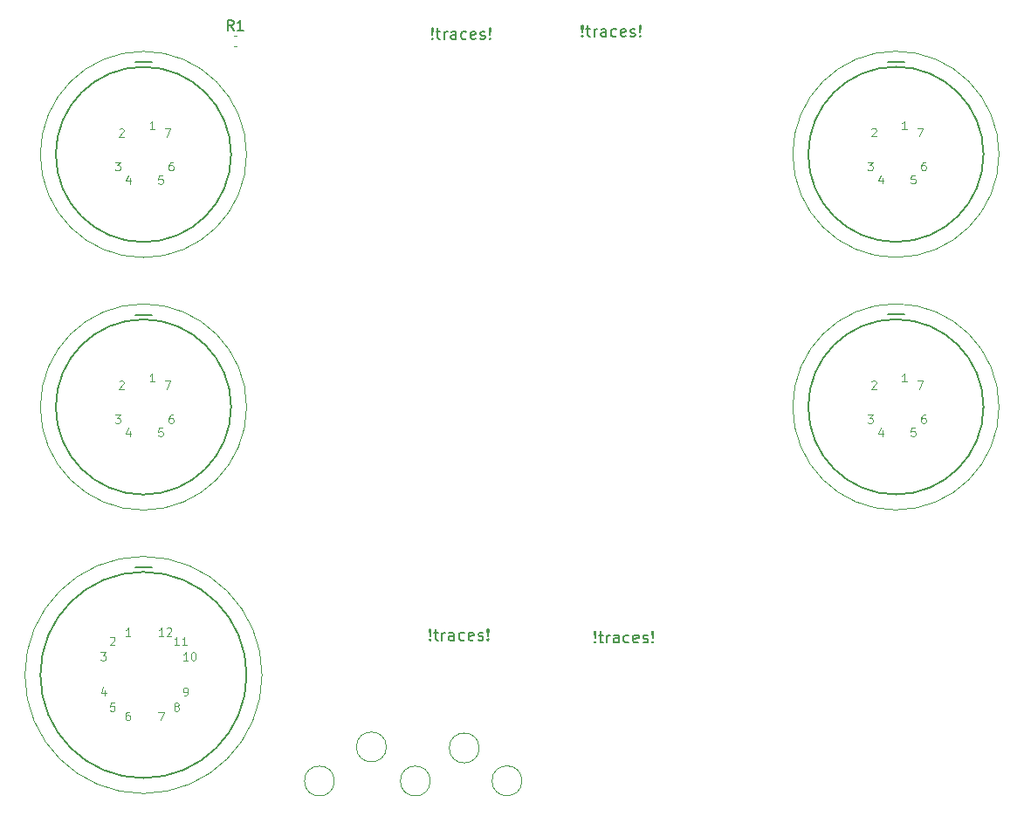
<source format=gbr>
G04 #@! TF.GenerationSoftware,KiCad,Pcbnew,(7.0.0)*
G04 #@! TF.CreationDate,2023-03-08T01:07:39+01:00*
G04 #@! TF.ProjectId,inverter_box_LV_distribution_board,696e7665-7274-4657-925f-626f785f4c56,rev?*
G04 #@! TF.SameCoordinates,Original*
G04 #@! TF.FileFunction,Legend,Top*
G04 #@! TF.FilePolarity,Positive*
%FSLAX46Y46*%
G04 Gerber Fmt 4.6, Leading zero omitted, Abs format (unit mm)*
G04 Created by KiCad (PCBNEW (7.0.0)) date 2023-03-08 01:07:39*
%MOMM*%
%LPD*%
G01*
G04 APERTURE LIST*
%ADD10C,0.200000*%
%ADD11C,0.076200*%
%ADD12C,0.150000*%
%ADD13C,0.120000*%
%ADD14C,0.198120*%
%ADD15C,0.099060*%
G04 APERTURE END LIST*
D10*
X123086904Y-49480857D02*
X123139285Y-49533238D01*
X123139285Y-49533238D02*
X123086904Y-49585619D01*
X123086904Y-49585619D02*
X123034523Y-49533238D01*
X123034523Y-49533238D02*
X123086904Y-49480857D01*
X123086904Y-49480857D02*
X123086904Y-49585619D01*
X123086904Y-49166571D02*
X123034523Y-48538000D01*
X123034523Y-48538000D02*
X123086904Y-48485619D01*
X123086904Y-48485619D02*
X123139285Y-48538000D01*
X123139285Y-48538000D02*
X123086904Y-49166571D01*
X123086904Y-49166571D02*
X123086904Y-48485619D01*
X123453571Y-48852285D02*
X123872619Y-48852285D01*
X123610714Y-48485619D02*
X123610714Y-49428476D01*
X123610714Y-49428476D02*
X123663095Y-49533238D01*
X123663095Y-49533238D02*
X123767857Y-49585619D01*
X123767857Y-49585619D02*
X123872619Y-49585619D01*
X124239285Y-49585619D02*
X124239285Y-48852285D01*
X124239285Y-49061809D02*
X124291666Y-48957047D01*
X124291666Y-48957047D02*
X124344047Y-48904666D01*
X124344047Y-48904666D02*
X124448809Y-48852285D01*
X124448809Y-48852285D02*
X124553571Y-48852285D01*
X125391666Y-49585619D02*
X125391666Y-49009428D01*
X125391666Y-49009428D02*
X125339285Y-48904666D01*
X125339285Y-48904666D02*
X125234523Y-48852285D01*
X125234523Y-48852285D02*
X125024999Y-48852285D01*
X125024999Y-48852285D02*
X124920237Y-48904666D01*
X125391666Y-49533238D02*
X125286904Y-49585619D01*
X125286904Y-49585619D02*
X125024999Y-49585619D01*
X125024999Y-49585619D02*
X124920237Y-49533238D01*
X124920237Y-49533238D02*
X124867856Y-49428476D01*
X124867856Y-49428476D02*
X124867856Y-49323714D01*
X124867856Y-49323714D02*
X124920237Y-49218952D01*
X124920237Y-49218952D02*
X125024999Y-49166571D01*
X125024999Y-49166571D02*
X125286904Y-49166571D01*
X125286904Y-49166571D02*
X125391666Y-49114190D01*
X126386904Y-49533238D02*
X126282142Y-49585619D01*
X126282142Y-49585619D02*
X126072618Y-49585619D01*
X126072618Y-49585619D02*
X125967856Y-49533238D01*
X125967856Y-49533238D02*
X125915475Y-49480857D01*
X125915475Y-49480857D02*
X125863094Y-49376095D01*
X125863094Y-49376095D02*
X125863094Y-49061809D01*
X125863094Y-49061809D02*
X125915475Y-48957047D01*
X125915475Y-48957047D02*
X125967856Y-48904666D01*
X125967856Y-48904666D02*
X126072618Y-48852285D01*
X126072618Y-48852285D02*
X126282142Y-48852285D01*
X126282142Y-48852285D02*
X126386904Y-48904666D01*
X127277380Y-49533238D02*
X127172618Y-49585619D01*
X127172618Y-49585619D02*
X126963094Y-49585619D01*
X126963094Y-49585619D02*
X126858332Y-49533238D01*
X126858332Y-49533238D02*
X126805951Y-49428476D01*
X126805951Y-49428476D02*
X126805951Y-49009428D01*
X126805951Y-49009428D02*
X126858332Y-48904666D01*
X126858332Y-48904666D02*
X126963094Y-48852285D01*
X126963094Y-48852285D02*
X127172618Y-48852285D01*
X127172618Y-48852285D02*
X127277380Y-48904666D01*
X127277380Y-48904666D02*
X127329761Y-49009428D01*
X127329761Y-49009428D02*
X127329761Y-49114190D01*
X127329761Y-49114190D02*
X126805951Y-49218952D01*
X127748808Y-49533238D02*
X127853570Y-49585619D01*
X127853570Y-49585619D02*
X128063094Y-49585619D01*
X128063094Y-49585619D02*
X128167856Y-49533238D01*
X128167856Y-49533238D02*
X128220237Y-49428476D01*
X128220237Y-49428476D02*
X128220237Y-49376095D01*
X128220237Y-49376095D02*
X128167856Y-49271333D01*
X128167856Y-49271333D02*
X128063094Y-49218952D01*
X128063094Y-49218952D02*
X127905951Y-49218952D01*
X127905951Y-49218952D02*
X127801189Y-49166571D01*
X127801189Y-49166571D02*
X127748808Y-49061809D01*
X127748808Y-49061809D02*
X127748808Y-49009428D01*
X127748808Y-49009428D02*
X127801189Y-48904666D01*
X127801189Y-48904666D02*
X127905951Y-48852285D01*
X127905951Y-48852285D02*
X128063094Y-48852285D01*
X128063094Y-48852285D02*
X128167856Y-48904666D01*
X128691665Y-49480857D02*
X128744046Y-49533238D01*
X128744046Y-49533238D02*
X128691665Y-49585619D01*
X128691665Y-49585619D02*
X128639284Y-49533238D01*
X128639284Y-49533238D02*
X128691665Y-49480857D01*
X128691665Y-49480857D02*
X128691665Y-49585619D01*
X128691665Y-49166571D02*
X128639284Y-48538000D01*
X128639284Y-48538000D02*
X128691665Y-48485619D01*
X128691665Y-48485619D02*
X128744046Y-48538000D01*
X128744046Y-48538000D02*
X128691665Y-49166571D01*
X128691665Y-49166571D02*
X128691665Y-48485619D01*
X108536904Y-49730857D02*
X108589285Y-49783238D01*
X108589285Y-49783238D02*
X108536904Y-49835619D01*
X108536904Y-49835619D02*
X108484523Y-49783238D01*
X108484523Y-49783238D02*
X108536904Y-49730857D01*
X108536904Y-49730857D02*
X108536904Y-49835619D01*
X108536904Y-49416571D02*
X108484523Y-48788000D01*
X108484523Y-48788000D02*
X108536904Y-48735619D01*
X108536904Y-48735619D02*
X108589285Y-48788000D01*
X108589285Y-48788000D02*
X108536904Y-49416571D01*
X108536904Y-49416571D02*
X108536904Y-48735619D01*
X108903571Y-49102285D02*
X109322619Y-49102285D01*
X109060714Y-48735619D02*
X109060714Y-49678476D01*
X109060714Y-49678476D02*
X109113095Y-49783238D01*
X109113095Y-49783238D02*
X109217857Y-49835619D01*
X109217857Y-49835619D02*
X109322619Y-49835619D01*
X109689285Y-49835619D02*
X109689285Y-49102285D01*
X109689285Y-49311809D02*
X109741666Y-49207047D01*
X109741666Y-49207047D02*
X109794047Y-49154666D01*
X109794047Y-49154666D02*
X109898809Y-49102285D01*
X109898809Y-49102285D02*
X110003571Y-49102285D01*
X110841666Y-49835619D02*
X110841666Y-49259428D01*
X110841666Y-49259428D02*
X110789285Y-49154666D01*
X110789285Y-49154666D02*
X110684523Y-49102285D01*
X110684523Y-49102285D02*
X110474999Y-49102285D01*
X110474999Y-49102285D02*
X110370237Y-49154666D01*
X110841666Y-49783238D02*
X110736904Y-49835619D01*
X110736904Y-49835619D02*
X110474999Y-49835619D01*
X110474999Y-49835619D02*
X110370237Y-49783238D01*
X110370237Y-49783238D02*
X110317856Y-49678476D01*
X110317856Y-49678476D02*
X110317856Y-49573714D01*
X110317856Y-49573714D02*
X110370237Y-49468952D01*
X110370237Y-49468952D02*
X110474999Y-49416571D01*
X110474999Y-49416571D02*
X110736904Y-49416571D01*
X110736904Y-49416571D02*
X110841666Y-49364190D01*
X111836904Y-49783238D02*
X111732142Y-49835619D01*
X111732142Y-49835619D02*
X111522618Y-49835619D01*
X111522618Y-49835619D02*
X111417856Y-49783238D01*
X111417856Y-49783238D02*
X111365475Y-49730857D01*
X111365475Y-49730857D02*
X111313094Y-49626095D01*
X111313094Y-49626095D02*
X111313094Y-49311809D01*
X111313094Y-49311809D02*
X111365475Y-49207047D01*
X111365475Y-49207047D02*
X111417856Y-49154666D01*
X111417856Y-49154666D02*
X111522618Y-49102285D01*
X111522618Y-49102285D02*
X111732142Y-49102285D01*
X111732142Y-49102285D02*
X111836904Y-49154666D01*
X112727380Y-49783238D02*
X112622618Y-49835619D01*
X112622618Y-49835619D02*
X112413094Y-49835619D01*
X112413094Y-49835619D02*
X112308332Y-49783238D01*
X112308332Y-49783238D02*
X112255951Y-49678476D01*
X112255951Y-49678476D02*
X112255951Y-49259428D01*
X112255951Y-49259428D02*
X112308332Y-49154666D01*
X112308332Y-49154666D02*
X112413094Y-49102285D01*
X112413094Y-49102285D02*
X112622618Y-49102285D01*
X112622618Y-49102285D02*
X112727380Y-49154666D01*
X112727380Y-49154666D02*
X112779761Y-49259428D01*
X112779761Y-49259428D02*
X112779761Y-49364190D01*
X112779761Y-49364190D02*
X112255951Y-49468952D01*
X113198808Y-49783238D02*
X113303570Y-49835619D01*
X113303570Y-49835619D02*
X113513094Y-49835619D01*
X113513094Y-49835619D02*
X113617856Y-49783238D01*
X113617856Y-49783238D02*
X113670237Y-49678476D01*
X113670237Y-49678476D02*
X113670237Y-49626095D01*
X113670237Y-49626095D02*
X113617856Y-49521333D01*
X113617856Y-49521333D02*
X113513094Y-49468952D01*
X113513094Y-49468952D02*
X113355951Y-49468952D01*
X113355951Y-49468952D02*
X113251189Y-49416571D01*
X113251189Y-49416571D02*
X113198808Y-49311809D01*
X113198808Y-49311809D02*
X113198808Y-49259428D01*
X113198808Y-49259428D02*
X113251189Y-49154666D01*
X113251189Y-49154666D02*
X113355951Y-49102285D01*
X113355951Y-49102285D02*
X113513094Y-49102285D01*
X113513094Y-49102285D02*
X113617856Y-49154666D01*
X114141665Y-49730857D02*
X114194046Y-49783238D01*
X114194046Y-49783238D02*
X114141665Y-49835619D01*
X114141665Y-49835619D02*
X114089284Y-49783238D01*
X114089284Y-49783238D02*
X114141665Y-49730857D01*
X114141665Y-49730857D02*
X114141665Y-49835619D01*
X114141665Y-49416571D02*
X114089284Y-48788000D01*
X114089284Y-48788000D02*
X114141665Y-48735619D01*
X114141665Y-48735619D02*
X114194046Y-48788000D01*
X114194046Y-48788000D02*
X114141665Y-49416571D01*
X114141665Y-49416571D02*
X114141665Y-48735619D01*
X108336904Y-108030857D02*
X108389285Y-108083238D01*
X108389285Y-108083238D02*
X108336904Y-108135619D01*
X108336904Y-108135619D02*
X108284523Y-108083238D01*
X108284523Y-108083238D02*
X108336904Y-108030857D01*
X108336904Y-108030857D02*
X108336904Y-108135619D01*
X108336904Y-107716571D02*
X108284523Y-107088000D01*
X108284523Y-107088000D02*
X108336904Y-107035619D01*
X108336904Y-107035619D02*
X108389285Y-107088000D01*
X108389285Y-107088000D02*
X108336904Y-107716571D01*
X108336904Y-107716571D02*
X108336904Y-107035619D01*
X108703571Y-107402285D02*
X109122619Y-107402285D01*
X108860714Y-107035619D02*
X108860714Y-107978476D01*
X108860714Y-107978476D02*
X108913095Y-108083238D01*
X108913095Y-108083238D02*
X109017857Y-108135619D01*
X109017857Y-108135619D02*
X109122619Y-108135619D01*
X109489285Y-108135619D02*
X109489285Y-107402285D01*
X109489285Y-107611809D02*
X109541666Y-107507047D01*
X109541666Y-107507047D02*
X109594047Y-107454666D01*
X109594047Y-107454666D02*
X109698809Y-107402285D01*
X109698809Y-107402285D02*
X109803571Y-107402285D01*
X110641666Y-108135619D02*
X110641666Y-107559428D01*
X110641666Y-107559428D02*
X110589285Y-107454666D01*
X110589285Y-107454666D02*
X110484523Y-107402285D01*
X110484523Y-107402285D02*
X110274999Y-107402285D01*
X110274999Y-107402285D02*
X110170237Y-107454666D01*
X110641666Y-108083238D02*
X110536904Y-108135619D01*
X110536904Y-108135619D02*
X110274999Y-108135619D01*
X110274999Y-108135619D02*
X110170237Y-108083238D01*
X110170237Y-108083238D02*
X110117856Y-107978476D01*
X110117856Y-107978476D02*
X110117856Y-107873714D01*
X110117856Y-107873714D02*
X110170237Y-107768952D01*
X110170237Y-107768952D02*
X110274999Y-107716571D01*
X110274999Y-107716571D02*
X110536904Y-107716571D01*
X110536904Y-107716571D02*
X110641666Y-107664190D01*
X111636904Y-108083238D02*
X111532142Y-108135619D01*
X111532142Y-108135619D02*
X111322618Y-108135619D01*
X111322618Y-108135619D02*
X111217856Y-108083238D01*
X111217856Y-108083238D02*
X111165475Y-108030857D01*
X111165475Y-108030857D02*
X111113094Y-107926095D01*
X111113094Y-107926095D02*
X111113094Y-107611809D01*
X111113094Y-107611809D02*
X111165475Y-107507047D01*
X111165475Y-107507047D02*
X111217856Y-107454666D01*
X111217856Y-107454666D02*
X111322618Y-107402285D01*
X111322618Y-107402285D02*
X111532142Y-107402285D01*
X111532142Y-107402285D02*
X111636904Y-107454666D01*
X112527380Y-108083238D02*
X112422618Y-108135619D01*
X112422618Y-108135619D02*
X112213094Y-108135619D01*
X112213094Y-108135619D02*
X112108332Y-108083238D01*
X112108332Y-108083238D02*
X112055951Y-107978476D01*
X112055951Y-107978476D02*
X112055951Y-107559428D01*
X112055951Y-107559428D02*
X112108332Y-107454666D01*
X112108332Y-107454666D02*
X112213094Y-107402285D01*
X112213094Y-107402285D02*
X112422618Y-107402285D01*
X112422618Y-107402285D02*
X112527380Y-107454666D01*
X112527380Y-107454666D02*
X112579761Y-107559428D01*
X112579761Y-107559428D02*
X112579761Y-107664190D01*
X112579761Y-107664190D02*
X112055951Y-107768952D01*
X112998808Y-108083238D02*
X113103570Y-108135619D01*
X113103570Y-108135619D02*
X113313094Y-108135619D01*
X113313094Y-108135619D02*
X113417856Y-108083238D01*
X113417856Y-108083238D02*
X113470237Y-107978476D01*
X113470237Y-107978476D02*
X113470237Y-107926095D01*
X113470237Y-107926095D02*
X113417856Y-107821333D01*
X113417856Y-107821333D02*
X113313094Y-107768952D01*
X113313094Y-107768952D02*
X113155951Y-107768952D01*
X113155951Y-107768952D02*
X113051189Y-107716571D01*
X113051189Y-107716571D02*
X112998808Y-107611809D01*
X112998808Y-107611809D02*
X112998808Y-107559428D01*
X112998808Y-107559428D02*
X113051189Y-107454666D01*
X113051189Y-107454666D02*
X113155951Y-107402285D01*
X113155951Y-107402285D02*
X113313094Y-107402285D01*
X113313094Y-107402285D02*
X113417856Y-107454666D01*
X113941665Y-108030857D02*
X113994046Y-108083238D01*
X113994046Y-108083238D02*
X113941665Y-108135619D01*
X113941665Y-108135619D02*
X113889284Y-108083238D01*
X113889284Y-108083238D02*
X113941665Y-108030857D01*
X113941665Y-108030857D02*
X113941665Y-108135619D01*
X113941665Y-107716571D02*
X113889284Y-107088000D01*
X113889284Y-107088000D02*
X113941665Y-107035619D01*
X113941665Y-107035619D02*
X113994046Y-107088000D01*
X113994046Y-107088000D02*
X113941665Y-107716571D01*
X113941665Y-107716571D02*
X113941665Y-107035619D01*
X124311904Y-108255857D02*
X124364285Y-108308238D01*
X124364285Y-108308238D02*
X124311904Y-108360619D01*
X124311904Y-108360619D02*
X124259523Y-108308238D01*
X124259523Y-108308238D02*
X124311904Y-108255857D01*
X124311904Y-108255857D02*
X124311904Y-108360619D01*
X124311904Y-107941571D02*
X124259523Y-107313000D01*
X124259523Y-107313000D02*
X124311904Y-107260619D01*
X124311904Y-107260619D02*
X124364285Y-107313000D01*
X124364285Y-107313000D02*
X124311904Y-107941571D01*
X124311904Y-107941571D02*
X124311904Y-107260619D01*
X124678571Y-107627285D02*
X125097619Y-107627285D01*
X124835714Y-107260619D02*
X124835714Y-108203476D01*
X124835714Y-108203476D02*
X124888095Y-108308238D01*
X124888095Y-108308238D02*
X124992857Y-108360619D01*
X124992857Y-108360619D02*
X125097619Y-108360619D01*
X125464285Y-108360619D02*
X125464285Y-107627285D01*
X125464285Y-107836809D02*
X125516666Y-107732047D01*
X125516666Y-107732047D02*
X125569047Y-107679666D01*
X125569047Y-107679666D02*
X125673809Y-107627285D01*
X125673809Y-107627285D02*
X125778571Y-107627285D01*
X126616666Y-108360619D02*
X126616666Y-107784428D01*
X126616666Y-107784428D02*
X126564285Y-107679666D01*
X126564285Y-107679666D02*
X126459523Y-107627285D01*
X126459523Y-107627285D02*
X126249999Y-107627285D01*
X126249999Y-107627285D02*
X126145237Y-107679666D01*
X126616666Y-108308238D02*
X126511904Y-108360619D01*
X126511904Y-108360619D02*
X126249999Y-108360619D01*
X126249999Y-108360619D02*
X126145237Y-108308238D01*
X126145237Y-108308238D02*
X126092856Y-108203476D01*
X126092856Y-108203476D02*
X126092856Y-108098714D01*
X126092856Y-108098714D02*
X126145237Y-107993952D01*
X126145237Y-107993952D02*
X126249999Y-107941571D01*
X126249999Y-107941571D02*
X126511904Y-107941571D01*
X126511904Y-107941571D02*
X126616666Y-107889190D01*
X127611904Y-108308238D02*
X127507142Y-108360619D01*
X127507142Y-108360619D02*
X127297618Y-108360619D01*
X127297618Y-108360619D02*
X127192856Y-108308238D01*
X127192856Y-108308238D02*
X127140475Y-108255857D01*
X127140475Y-108255857D02*
X127088094Y-108151095D01*
X127088094Y-108151095D02*
X127088094Y-107836809D01*
X127088094Y-107836809D02*
X127140475Y-107732047D01*
X127140475Y-107732047D02*
X127192856Y-107679666D01*
X127192856Y-107679666D02*
X127297618Y-107627285D01*
X127297618Y-107627285D02*
X127507142Y-107627285D01*
X127507142Y-107627285D02*
X127611904Y-107679666D01*
X128502380Y-108308238D02*
X128397618Y-108360619D01*
X128397618Y-108360619D02*
X128188094Y-108360619D01*
X128188094Y-108360619D02*
X128083332Y-108308238D01*
X128083332Y-108308238D02*
X128030951Y-108203476D01*
X128030951Y-108203476D02*
X128030951Y-107784428D01*
X128030951Y-107784428D02*
X128083332Y-107679666D01*
X128083332Y-107679666D02*
X128188094Y-107627285D01*
X128188094Y-107627285D02*
X128397618Y-107627285D01*
X128397618Y-107627285D02*
X128502380Y-107679666D01*
X128502380Y-107679666D02*
X128554761Y-107784428D01*
X128554761Y-107784428D02*
X128554761Y-107889190D01*
X128554761Y-107889190D02*
X128030951Y-107993952D01*
X128973808Y-108308238D02*
X129078570Y-108360619D01*
X129078570Y-108360619D02*
X129288094Y-108360619D01*
X129288094Y-108360619D02*
X129392856Y-108308238D01*
X129392856Y-108308238D02*
X129445237Y-108203476D01*
X129445237Y-108203476D02*
X129445237Y-108151095D01*
X129445237Y-108151095D02*
X129392856Y-108046333D01*
X129392856Y-108046333D02*
X129288094Y-107993952D01*
X129288094Y-107993952D02*
X129130951Y-107993952D01*
X129130951Y-107993952D02*
X129026189Y-107941571D01*
X129026189Y-107941571D02*
X128973808Y-107836809D01*
X128973808Y-107836809D02*
X128973808Y-107784428D01*
X128973808Y-107784428D02*
X129026189Y-107679666D01*
X129026189Y-107679666D02*
X129130951Y-107627285D01*
X129130951Y-107627285D02*
X129288094Y-107627285D01*
X129288094Y-107627285D02*
X129392856Y-107679666D01*
X129916665Y-108255857D02*
X129969046Y-108308238D01*
X129969046Y-108308238D02*
X129916665Y-108360619D01*
X129916665Y-108360619D02*
X129864284Y-108308238D01*
X129864284Y-108308238D02*
X129916665Y-108255857D01*
X129916665Y-108255857D02*
X129916665Y-108360619D01*
X129916665Y-107941571D02*
X129864284Y-107313000D01*
X129864284Y-107313000D02*
X129916665Y-107260619D01*
X129916665Y-107260619D02*
X129969046Y-107313000D01*
X129969046Y-107313000D02*
X129916665Y-107941571D01*
X129916665Y-107941571D02*
X129916665Y-107260619D01*
D11*
X84847063Y-110098828D02*
X84391315Y-110098828D01*
X84619189Y-110098828D02*
X84619189Y-109301268D01*
X84619189Y-109301268D02*
X84543231Y-109415206D01*
X84543231Y-109415206D02*
X84467273Y-109491164D01*
X84467273Y-109491164D02*
X84391315Y-109529143D01*
X85340791Y-109301268D02*
X85416749Y-109301268D01*
X85416749Y-109301268D02*
X85492707Y-109339248D01*
X85492707Y-109339248D02*
X85530686Y-109377227D01*
X85530686Y-109377227D02*
X85568665Y-109453185D01*
X85568665Y-109453185D02*
X85606644Y-109605101D01*
X85606644Y-109605101D02*
X85606644Y-109794996D01*
X85606644Y-109794996D02*
X85568665Y-109946912D01*
X85568665Y-109946912D02*
X85530686Y-110022870D01*
X85530686Y-110022870D02*
X85492707Y-110060849D01*
X85492707Y-110060849D02*
X85416749Y-110098828D01*
X85416749Y-110098828D02*
X85340791Y-110098828D01*
X85340791Y-110098828D02*
X85264833Y-110060849D01*
X85264833Y-110060849D02*
X85226854Y-110022870D01*
X85226854Y-110022870D02*
X85188875Y-109946912D01*
X85188875Y-109946912D02*
X85150896Y-109794996D01*
X85150896Y-109794996D02*
X85150896Y-109605101D01*
X85150896Y-109605101D02*
X85188875Y-109453185D01*
X85188875Y-109453185D02*
X85226854Y-109377227D01*
X85226854Y-109377227D02*
X85264833Y-109339248D01*
X85264833Y-109339248D02*
X85340791Y-109301268D01*
X76801916Y-112980882D02*
X76801916Y-113512588D01*
X76612021Y-112677049D02*
X76422126Y-113246735D01*
X76422126Y-113246735D02*
X76915853Y-113246735D01*
X77706035Y-114216168D02*
X77326245Y-114216168D01*
X77326245Y-114216168D02*
X77288266Y-114595959D01*
X77288266Y-114595959D02*
X77326245Y-114557980D01*
X77326245Y-114557980D02*
X77402203Y-114520001D01*
X77402203Y-114520001D02*
X77592098Y-114520001D01*
X77592098Y-114520001D02*
X77668056Y-114557980D01*
X77668056Y-114557980D02*
X77706035Y-114595959D01*
X77706035Y-114595959D02*
X77744014Y-114671917D01*
X77744014Y-114671917D02*
X77744014Y-114861812D01*
X77744014Y-114861812D02*
X77706035Y-114937770D01*
X77706035Y-114937770D02*
X77668056Y-114975749D01*
X77668056Y-114975749D02*
X77592098Y-115013728D01*
X77592098Y-115013728D02*
X77402203Y-115013728D01*
X77402203Y-115013728D02*
X77326245Y-114975749D01*
X77326245Y-114975749D02*
X77288266Y-114937770D01*
X83978383Y-108597688D02*
X83522635Y-108597688D01*
X83750509Y-108597688D02*
X83750509Y-107800128D01*
X83750509Y-107800128D02*
X83674551Y-107914066D01*
X83674551Y-107914066D02*
X83598593Y-107990024D01*
X83598593Y-107990024D02*
X83522635Y-108028003D01*
X84737964Y-108597688D02*
X84282216Y-108597688D01*
X84510090Y-108597688D02*
X84510090Y-107800128D01*
X84510090Y-107800128D02*
X84434132Y-107914066D01*
X84434132Y-107914066D02*
X84358174Y-107990024D01*
X84358174Y-107990024D02*
X84282216Y-108028003D01*
X77288266Y-107876087D02*
X77326245Y-107838108D01*
X77326245Y-107838108D02*
X77402203Y-107800128D01*
X77402203Y-107800128D02*
X77592098Y-107800128D01*
X77592098Y-107800128D02*
X77668056Y-107838108D01*
X77668056Y-107838108D02*
X77706035Y-107876087D01*
X77706035Y-107876087D02*
X77744014Y-107952045D01*
X77744014Y-107952045D02*
X77744014Y-108028003D01*
X77744014Y-108028003D02*
X77706035Y-108141940D01*
X77706035Y-108141940D02*
X77250287Y-108597688D01*
X77250287Y-108597688D02*
X77744014Y-108597688D01*
X76384147Y-109301268D02*
X76877874Y-109301268D01*
X76877874Y-109301268D02*
X76612021Y-109605101D01*
X76612021Y-109605101D02*
X76725958Y-109605101D01*
X76725958Y-109605101D02*
X76801916Y-109643080D01*
X76801916Y-109643080D02*
X76839895Y-109681059D01*
X76839895Y-109681059D02*
X76877874Y-109757017D01*
X76877874Y-109757017D02*
X76877874Y-109946912D01*
X76877874Y-109946912D02*
X76839895Y-110022870D01*
X76839895Y-110022870D02*
X76801916Y-110060849D01*
X76801916Y-110060849D02*
X76725958Y-110098828D01*
X76725958Y-110098828D02*
X76498084Y-110098828D01*
X76498084Y-110098828D02*
X76422126Y-110060849D01*
X76422126Y-110060849D02*
X76384147Y-110022870D01*
X79169196Y-115082308D02*
X79017280Y-115082308D01*
X79017280Y-115082308D02*
X78941322Y-115120288D01*
X78941322Y-115120288D02*
X78903343Y-115158267D01*
X78903343Y-115158267D02*
X78827385Y-115272204D01*
X78827385Y-115272204D02*
X78789406Y-115424120D01*
X78789406Y-115424120D02*
X78789406Y-115727952D01*
X78789406Y-115727952D02*
X78827385Y-115803910D01*
X78827385Y-115803910D02*
X78865364Y-115841889D01*
X78865364Y-115841889D02*
X78941322Y-115879868D01*
X78941322Y-115879868D02*
X79093238Y-115879868D01*
X79093238Y-115879868D02*
X79169196Y-115841889D01*
X79169196Y-115841889D02*
X79207175Y-115803910D01*
X79207175Y-115803910D02*
X79245154Y-115727952D01*
X79245154Y-115727952D02*
X79245154Y-115538057D01*
X79245154Y-115538057D02*
X79207175Y-115462099D01*
X79207175Y-115462099D02*
X79169196Y-115424120D01*
X79169196Y-115424120D02*
X79093238Y-115386141D01*
X79093238Y-115386141D02*
X78941322Y-115386141D01*
X78941322Y-115386141D02*
X78865364Y-115424120D01*
X78865364Y-115424120D02*
X78827385Y-115462099D01*
X78827385Y-115462099D02*
X78789406Y-115538057D01*
X84445744Y-113512588D02*
X84597660Y-113512588D01*
X84597660Y-113512588D02*
X84673618Y-113474609D01*
X84673618Y-113474609D02*
X84711597Y-113436630D01*
X84711597Y-113436630D02*
X84787555Y-113322693D01*
X84787555Y-113322693D02*
X84825534Y-113170777D01*
X84825534Y-113170777D02*
X84825534Y-112866945D01*
X84825534Y-112866945D02*
X84787555Y-112790987D01*
X84787555Y-112790987D02*
X84749576Y-112753008D01*
X84749576Y-112753008D02*
X84673618Y-112715028D01*
X84673618Y-112715028D02*
X84521702Y-112715028D01*
X84521702Y-112715028D02*
X84445744Y-112753008D01*
X84445744Y-112753008D02*
X84407765Y-112790987D01*
X84407765Y-112790987D02*
X84369786Y-112866945D01*
X84369786Y-112866945D02*
X84369786Y-113056840D01*
X84369786Y-113056840D02*
X84407765Y-113132798D01*
X84407765Y-113132798D02*
X84445744Y-113170777D01*
X84445744Y-113170777D02*
X84521702Y-113208756D01*
X84521702Y-113208756D02*
X84673618Y-113208756D01*
X84673618Y-113208756D02*
X84749576Y-113170777D01*
X84749576Y-113170777D02*
X84787555Y-113132798D01*
X84787555Y-113132798D02*
X84825534Y-113056840D01*
X81964527Y-115082308D02*
X82496233Y-115082308D01*
X82496233Y-115082308D02*
X82154422Y-115879868D01*
X79245154Y-107731548D02*
X78789406Y-107731548D01*
X79017280Y-107731548D02*
X79017280Y-106933988D01*
X79017280Y-106933988D02*
X78941322Y-107047926D01*
X78941322Y-107047926D02*
X78865364Y-107123884D01*
X78865364Y-107123884D02*
X78789406Y-107161863D01*
X83655562Y-114557980D02*
X83579604Y-114520001D01*
X83579604Y-114520001D02*
X83541625Y-114482022D01*
X83541625Y-114482022D02*
X83503646Y-114406064D01*
X83503646Y-114406064D02*
X83503646Y-114368085D01*
X83503646Y-114368085D02*
X83541625Y-114292127D01*
X83541625Y-114292127D02*
X83579604Y-114254148D01*
X83579604Y-114254148D02*
X83655562Y-114216168D01*
X83655562Y-114216168D02*
X83807478Y-114216168D01*
X83807478Y-114216168D02*
X83883436Y-114254148D01*
X83883436Y-114254148D02*
X83921415Y-114292127D01*
X83921415Y-114292127D02*
X83959394Y-114368085D01*
X83959394Y-114368085D02*
X83959394Y-114406064D01*
X83959394Y-114406064D02*
X83921415Y-114482022D01*
X83921415Y-114482022D02*
X83883436Y-114520001D01*
X83883436Y-114520001D02*
X83807478Y-114557980D01*
X83807478Y-114557980D02*
X83655562Y-114557980D01*
X83655562Y-114557980D02*
X83579604Y-114595959D01*
X83579604Y-114595959D02*
X83541625Y-114633938D01*
X83541625Y-114633938D02*
X83503646Y-114709896D01*
X83503646Y-114709896D02*
X83503646Y-114861812D01*
X83503646Y-114861812D02*
X83541625Y-114937770D01*
X83541625Y-114937770D02*
X83579604Y-114975749D01*
X83579604Y-114975749D02*
X83655562Y-115013728D01*
X83655562Y-115013728D02*
X83807478Y-115013728D01*
X83807478Y-115013728D02*
X83883436Y-114975749D01*
X83883436Y-114975749D02*
X83921415Y-114937770D01*
X83921415Y-114937770D02*
X83959394Y-114861812D01*
X83959394Y-114861812D02*
X83959394Y-114709896D01*
X83959394Y-114709896D02*
X83921415Y-114633938D01*
X83921415Y-114633938D02*
X83883436Y-114595959D01*
X83883436Y-114595959D02*
X83807478Y-114557980D01*
X82477243Y-107731548D02*
X82021495Y-107731548D01*
X82249369Y-107731548D02*
X82249369Y-106933988D01*
X82249369Y-106933988D02*
X82173411Y-107047926D01*
X82173411Y-107047926D02*
X82097453Y-107123884D01*
X82097453Y-107123884D02*
X82021495Y-107161863D01*
X82781076Y-107009947D02*
X82819055Y-106971968D01*
X82819055Y-106971968D02*
X82895013Y-106933988D01*
X82895013Y-106933988D02*
X83084908Y-106933988D01*
X83084908Y-106933988D02*
X83160866Y-106971968D01*
X83160866Y-106971968D02*
X83198845Y-107009947D01*
X83198845Y-107009947D02*
X83236824Y-107085905D01*
X83236824Y-107085905D02*
X83236824Y-107161863D01*
X83236824Y-107161863D02*
X83198845Y-107275800D01*
X83198845Y-107275800D02*
X82743097Y-107731548D01*
X82743097Y-107731548D02*
X83236824Y-107731548D01*
X82581747Y-82983768D02*
X83113453Y-82983768D01*
X83113453Y-82983768D02*
X82771642Y-83781328D01*
X82377095Y-87558308D02*
X81997305Y-87558308D01*
X81997305Y-87558308D02*
X81959326Y-87938099D01*
X81959326Y-87938099D02*
X81997305Y-87900120D01*
X81997305Y-87900120D02*
X82073263Y-87862141D01*
X82073263Y-87862141D02*
X82263158Y-87862141D01*
X82263158Y-87862141D02*
X82339116Y-87900120D01*
X82339116Y-87900120D02*
X82377095Y-87938099D01*
X82377095Y-87938099D02*
X82415074Y-88014057D01*
X82415074Y-88014057D02*
X82415074Y-88203952D01*
X82415074Y-88203952D02*
X82377095Y-88279910D01*
X82377095Y-88279910D02*
X82339116Y-88317889D01*
X82339116Y-88317889D02*
X82263158Y-88355868D01*
X82263158Y-88355868D02*
X82073263Y-88355868D01*
X82073263Y-88355868D02*
X81997305Y-88317889D01*
X81997305Y-88317889D02*
X81959326Y-88279910D01*
X83365276Y-86270528D02*
X83213360Y-86270528D01*
X83213360Y-86270528D02*
X83137402Y-86308508D01*
X83137402Y-86308508D02*
X83099423Y-86346487D01*
X83099423Y-86346487D02*
X83023465Y-86460424D01*
X83023465Y-86460424D02*
X82985486Y-86612340D01*
X82985486Y-86612340D02*
X82985486Y-86916172D01*
X82985486Y-86916172D02*
X83023465Y-86992130D01*
X83023465Y-86992130D02*
X83061444Y-87030109D01*
X83061444Y-87030109D02*
X83137402Y-87068088D01*
X83137402Y-87068088D02*
X83289318Y-87068088D01*
X83289318Y-87068088D02*
X83365276Y-87030109D01*
X83365276Y-87030109D02*
X83403255Y-86992130D01*
X83403255Y-86992130D02*
X83441234Y-86916172D01*
X83441234Y-86916172D02*
X83441234Y-86726277D01*
X83441234Y-86726277D02*
X83403255Y-86650319D01*
X83403255Y-86650319D02*
X83365276Y-86612340D01*
X83365276Y-86612340D02*
X83289318Y-86574361D01*
X83289318Y-86574361D02*
X83137402Y-86574361D01*
X83137402Y-86574361D02*
X83061444Y-86612340D01*
X83061444Y-86612340D02*
X83023465Y-86650319D01*
X83023465Y-86650319D02*
X82985486Y-86726277D01*
X77765907Y-86270528D02*
X78259634Y-86270528D01*
X78259634Y-86270528D02*
X77993781Y-86574361D01*
X77993781Y-86574361D02*
X78107718Y-86574361D01*
X78107718Y-86574361D02*
X78183676Y-86612340D01*
X78183676Y-86612340D02*
X78221655Y-86650319D01*
X78221655Y-86650319D02*
X78259634Y-86726277D01*
X78259634Y-86726277D02*
X78259634Y-86916172D01*
X78259634Y-86916172D02*
X78221655Y-86992130D01*
X78221655Y-86992130D02*
X78183676Y-87030109D01*
X78183676Y-87030109D02*
X78107718Y-87068088D01*
X78107718Y-87068088D02*
X77879844Y-87068088D01*
X77879844Y-87068088D02*
X77803886Y-87030109D01*
X77803886Y-87030109D02*
X77765907Y-86992130D01*
X81589574Y-83067588D02*
X81133826Y-83067588D01*
X81361700Y-83067588D02*
X81361700Y-82270028D01*
X81361700Y-82270028D02*
X81285742Y-82383966D01*
X81285742Y-82383966D02*
X81209784Y-82459924D01*
X81209784Y-82459924D02*
X81133826Y-82497903D01*
X79212376Y-87824162D02*
X79212376Y-88355868D01*
X79022481Y-87520329D02*
X78832586Y-88090015D01*
X78832586Y-88090015D02*
X79326313Y-88090015D01*
X78172186Y-83059727D02*
X78210165Y-83021748D01*
X78210165Y-83021748D02*
X78286123Y-82983768D01*
X78286123Y-82983768D02*
X78476018Y-82983768D01*
X78476018Y-82983768D02*
X78551976Y-83021748D01*
X78551976Y-83021748D02*
X78589955Y-83059727D01*
X78589955Y-83059727D02*
X78627934Y-83135685D01*
X78627934Y-83135685D02*
X78627934Y-83211643D01*
X78627934Y-83211643D02*
X78589955Y-83325580D01*
X78589955Y-83325580D02*
X78134207Y-83781328D01*
X78134207Y-83781328D02*
X78627934Y-83781328D01*
X83365276Y-61770528D02*
X83213360Y-61770528D01*
X83213360Y-61770528D02*
X83137402Y-61808508D01*
X83137402Y-61808508D02*
X83099423Y-61846487D01*
X83099423Y-61846487D02*
X83023465Y-61960424D01*
X83023465Y-61960424D02*
X82985486Y-62112340D01*
X82985486Y-62112340D02*
X82985486Y-62416172D01*
X82985486Y-62416172D02*
X83023465Y-62492130D01*
X83023465Y-62492130D02*
X83061444Y-62530109D01*
X83061444Y-62530109D02*
X83137402Y-62568088D01*
X83137402Y-62568088D02*
X83289318Y-62568088D01*
X83289318Y-62568088D02*
X83365276Y-62530109D01*
X83365276Y-62530109D02*
X83403255Y-62492130D01*
X83403255Y-62492130D02*
X83441234Y-62416172D01*
X83441234Y-62416172D02*
X83441234Y-62226277D01*
X83441234Y-62226277D02*
X83403255Y-62150319D01*
X83403255Y-62150319D02*
X83365276Y-62112340D01*
X83365276Y-62112340D02*
X83289318Y-62074361D01*
X83289318Y-62074361D02*
X83137402Y-62074361D01*
X83137402Y-62074361D02*
X83061444Y-62112340D01*
X83061444Y-62112340D02*
X83023465Y-62150319D01*
X83023465Y-62150319D02*
X82985486Y-62226277D01*
X82581747Y-58483768D02*
X83113453Y-58483768D01*
X83113453Y-58483768D02*
X82771642Y-59281328D01*
X82377095Y-63058308D02*
X81997305Y-63058308D01*
X81997305Y-63058308D02*
X81959326Y-63438099D01*
X81959326Y-63438099D02*
X81997305Y-63400120D01*
X81997305Y-63400120D02*
X82073263Y-63362141D01*
X82073263Y-63362141D02*
X82263158Y-63362141D01*
X82263158Y-63362141D02*
X82339116Y-63400120D01*
X82339116Y-63400120D02*
X82377095Y-63438099D01*
X82377095Y-63438099D02*
X82415074Y-63514057D01*
X82415074Y-63514057D02*
X82415074Y-63703952D01*
X82415074Y-63703952D02*
X82377095Y-63779910D01*
X82377095Y-63779910D02*
X82339116Y-63817889D01*
X82339116Y-63817889D02*
X82263158Y-63855868D01*
X82263158Y-63855868D02*
X82073263Y-63855868D01*
X82073263Y-63855868D02*
X81997305Y-63817889D01*
X81997305Y-63817889D02*
X81959326Y-63779910D01*
X77765907Y-61770528D02*
X78259634Y-61770528D01*
X78259634Y-61770528D02*
X77993781Y-62074361D01*
X77993781Y-62074361D02*
X78107718Y-62074361D01*
X78107718Y-62074361D02*
X78183676Y-62112340D01*
X78183676Y-62112340D02*
X78221655Y-62150319D01*
X78221655Y-62150319D02*
X78259634Y-62226277D01*
X78259634Y-62226277D02*
X78259634Y-62416172D01*
X78259634Y-62416172D02*
X78221655Y-62492130D01*
X78221655Y-62492130D02*
X78183676Y-62530109D01*
X78183676Y-62530109D02*
X78107718Y-62568088D01*
X78107718Y-62568088D02*
X77879844Y-62568088D01*
X77879844Y-62568088D02*
X77803886Y-62530109D01*
X77803886Y-62530109D02*
X77765907Y-62492130D01*
X78172186Y-58559727D02*
X78210165Y-58521748D01*
X78210165Y-58521748D02*
X78286123Y-58483768D01*
X78286123Y-58483768D02*
X78476018Y-58483768D01*
X78476018Y-58483768D02*
X78551976Y-58521748D01*
X78551976Y-58521748D02*
X78589955Y-58559727D01*
X78589955Y-58559727D02*
X78627934Y-58635685D01*
X78627934Y-58635685D02*
X78627934Y-58711643D01*
X78627934Y-58711643D02*
X78589955Y-58825580D01*
X78589955Y-58825580D02*
X78134207Y-59281328D01*
X78134207Y-59281328D02*
X78627934Y-59281328D01*
X79212376Y-63324162D02*
X79212376Y-63855868D01*
X79022481Y-63020329D02*
X78832586Y-63590015D01*
X78832586Y-63590015D02*
X79326313Y-63590015D01*
X81589574Y-58567588D02*
X81133826Y-58567588D01*
X81361700Y-58567588D02*
X81361700Y-57770028D01*
X81361700Y-57770028D02*
X81285742Y-57883966D01*
X81285742Y-57883966D02*
X81209784Y-57959924D01*
X81209784Y-57959924D02*
X81133826Y-57997903D01*
X156341776Y-61757828D02*
X156189860Y-61757828D01*
X156189860Y-61757828D02*
X156113902Y-61795808D01*
X156113902Y-61795808D02*
X156075923Y-61833787D01*
X156075923Y-61833787D02*
X155999965Y-61947724D01*
X155999965Y-61947724D02*
X155961986Y-62099640D01*
X155961986Y-62099640D02*
X155961986Y-62403472D01*
X155961986Y-62403472D02*
X155999965Y-62479430D01*
X155999965Y-62479430D02*
X156037944Y-62517409D01*
X156037944Y-62517409D02*
X156113902Y-62555388D01*
X156113902Y-62555388D02*
X156265818Y-62555388D01*
X156265818Y-62555388D02*
X156341776Y-62517409D01*
X156341776Y-62517409D02*
X156379755Y-62479430D01*
X156379755Y-62479430D02*
X156417734Y-62403472D01*
X156417734Y-62403472D02*
X156417734Y-62213577D01*
X156417734Y-62213577D02*
X156379755Y-62137619D01*
X156379755Y-62137619D02*
X156341776Y-62099640D01*
X156341776Y-62099640D02*
X156265818Y-62061661D01*
X156265818Y-62061661D02*
X156113902Y-62061661D01*
X156113902Y-62061661D02*
X156037944Y-62099640D01*
X156037944Y-62099640D02*
X155999965Y-62137619D01*
X155999965Y-62137619D02*
X155961986Y-62213577D01*
X150742407Y-61757828D02*
X151236134Y-61757828D01*
X151236134Y-61757828D02*
X150970281Y-62061661D01*
X150970281Y-62061661D02*
X151084218Y-62061661D01*
X151084218Y-62061661D02*
X151160176Y-62099640D01*
X151160176Y-62099640D02*
X151198155Y-62137619D01*
X151198155Y-62137619D02*
X151236134Y-62213577D01*
X151236134Y-62213577D02*
X151236134Y-62403472D01*
X151236134Y-62403472D02*
X151198155Y-62479430D01*
X151198155Y-62479430D02*
X151160176Y-62517409D01*
X151160176Y-62517409D02*
X151084218Y-62555388D01*
X151084218Y-62555388D02*
X150856344Y-62555388D01*
X150856344Y-62555388D02*
X150780386Y-62517409D01*
X150780386Y-62517409D02*
X150742407Y-62479430D01*
X154566074Y-58554888D02*
X154110326Y-58554888D01*
X154338200Y-58554888D02*
X154338200Y-57757328D01*
X154338200Y-57757328D02*
X154262242Y-57871266D01*
X154262242Y-57871266D02*
X154186284Y-57947224D01*
X154186284Y-57947224D02*
X154110326Y-57985203D01*
X152188876Y-63311462D02*
X152188876Y-63843168D01*
X151998981Y-63007629D02*
X151809086Y-63577315D01*
X151809086Y-63577315D02*
X152302813Y-63577315D01*
X155558247Y-58471068D02*
X156089953Y-58471068D01*
X156089953Y-58471068D02*
X155748142Y-59268628D01*
X155353595Y-63045608D02*
X154973805Y-63045608D01*
X154973805Y-63045608D02*
X154935826Y-63425399D01*
X154935826Y-63425399D02*
X154973805Y-63387420D01*
X154973805Y-63387420D02*
X155049763Y-63349441D01*
X155049763Y-63349441D02*
X155239658Y-63349441D01*
X155239658Y-63349441D02*
X155315616Y-63387420D01*
X155315616Y-63387420D02*
X155353595Y-63425399D01*
X155353595Y-63425399D02*
X155391574Y-63501357D01*
X155391574Y-63501357D02*
X155391574Y-63691252D01*
X155391574Y-63691252D02*
X155353595Y-63767210D01*
X155353595Y-63767210D02*
X155315616Y-63805189D01*
X155315616Y-63805189D02*
X155239658Y-63843168D01*
X155239658Y-63843168D02*
X155049763Y-63843168D01*
X155049763Y-63843168D02*
X154973805Y-63805189D01*
X154973805Y-63805189D02*
X154935826Y-63767210D01*
X151148686Y-58547027D02*
X151186665Y-58509048D01*
X151186665Y-58509048D02*
X151262623Y-58471068D01*
X151262623Y-58471068D02*
X151452518Y-58471068D01*
X151452518Y-58471068D02*
X151528476Y-58509048D01*
X151528476Y-58509048D02*
X151566455Y-58547027D01*
X151566455Y-58547027D02*
X151604434Y-58622985D01*
X151604434Y-58622985D02*
X151604434Y-58698943D01*
X151604434Y-58698943D02*
X151566455Y-58812880D01*
X151566455Y-58812880D02*
X151110707Y-59268628D01*
X151110707Y-59268628D02*
X151604434Y-59268628D01*
X152188876Y-87811462D02*
X152188876Y-88343168D01*
X151998981Y-87507629D02*
X151809086Y-88077315D01*
X151809086Y-88077315D02*
X152302813Y-88077315D01*
X151148686Y-83047027D02*
X151186665Y-83009048D01*
X151186665Y-83009048D02*
X151262623Y-82971068D01*
X151262623Y-82971068D02*
X151452518Y-82971068D01*
X151452518Y-82971068D02*
X151528476Y-83009048D01*
X151528476Y-83009048D02*
X151566455Y-83047027D01*
X151566455Y-83047027D02*
X151604434Y-83122985D01*
X151604434Y-83122985D02*
X151604434Y-83198943D01*
X151604434Y-83198943D02*
X151566455Y-83312880D01*
X151566455Y-83312880D02*
X151110707Y-83768628D01*
X151110707Y-83768628D02*
X151604434Y-83768628D01*
X155353595Y-87545608D02*
X154973805Y-87545608D01*
X154973805Y-87545608D02*
X154935826Y-87925399D01*
X154935826Y-87925399D02*
X154973805Y-87887420D01*
X154973805Y-87887420D02*
X155049763Y-87849441D01*
X155049763Y-87849441D02*
X155239658Y-87849441D01*
X155239658Y-87849441D02*
X155315616Y-87887420D01*
X155315616Y-87887420D02*
X155353595Y-87925399D01*
X155353595Y-87925399D02*
X155391574Y-88001357D01*
X155391574Y-88001357D02*
X155391574Y-88191252D01*
X155391574Y-88191252D02*
X155353595Y-88267210D01*
X155353595Y-88267210D02*
X155315616Y-88305189D01*
X155315616Y-88305189D02*
X155239658Y-88343168D01*
X155239658Y-88343168D02*
X155049763Y-88343168D01*
X155049763Y-88343168D02*
X154973805Y-88305189D01*
X154973805Y-88305189D02*
X154935826Y-88267210D01*
X156341776Y-86257828D02*
X156189860Y-86257828D01*
X156189860Y-86257828D02*
X156113902Y-86295808D01*
X156113902Y-86295808D02*
X156075923Y-86333787D01*
X156075923Y-86333787D02*
X155999965Y-86447724D01*
X155999965Y-86447724D02*
X155961986Y-86599640D01*
X155961986Y-86599640D02*
X155961986Y-86903472D01*
X155961986Y-86903472D02*
X155999965Y-86979430D01*
X155999965Y-86979430D02*
X156037944Y-87017409D01*
X156037944Y-87017409D02*
X156113902Y-87055388D01*
X156113902Y-87055388D02*
X156265818Y-87055388D01*
X156265818Y-87055388D02*
X156341776Y-87017409D01*
X156341776Y-87017409D02*
X156379755Y-86979430D01*
X156379755Y-86979430D02*
X156417734Y-86903472D01*
X156417734Y-86903472D02*
X156417734Y-86713577D01*
X156417734Y-86713577D02*
X156379755Y-86637619D01*
X156379755Y-86637619D02*
X156341776Y-86599640D01*
X156341776Y-86599640D02*
X156265818Y-86561661D01*
X156265818Y-86561661D02*
X156113902Y-86561661D01*
X156113902Y-86561661D02*
X156037944Y-86599640D01*
X156037944Y-86599640D02*
X155999965Y-86637619D01*
X155999965Y-86637619D02*
X155961986Y-86713577D01*
X150742407Y-86257828D02*
X151236134Y-86257828D01*
X151236134Y-86257828D02*
X150970281Y-86561661D01*
X150970281Y-86561661D02*
X151084218Y-86561661D01*
X151084218Y-86561661D02*
X151160176Y-86599640D01*
X151160176Y-86599640D02*
X151198155Y-86637619D01*
X151198155Y-86637619D02*
X151236134Y-86713577D01*
X151236134Y-86713577D02*
X151236134Y-86903472D01*
X151236134Y-86903472D02*
X151198155Y-86979430D01*
X151198155Y-86979430D02*
X151160176Y-87017409D01*
X151160176Y-87017409D02*
X151084218Y-87055388D01*
X151084218Y-87055388D02*
X150856344Y-87055388D01*
X150856344Y-87055388D02*
X150780386Y-87017409D01*
X150780386Y-87017409D02*
X150742407Y-86979430D01*
X154566074Y-83054888D02*
X154110326Y-83054888D01*
X154338200Y-83054888D02*
X154338200Y-82257328D01*
X154338200Y-82257328D02*
X154262242Y-82371266D01*
X154262242Y-82371266D02*
X154186284Y-82447224D01*
X154186284Y-82447224D02*
X154110326Y-82485203D01*
X155558247Y-82971068D02*
X156089953Y-82971068D01*
X156089953Y-82971068D02*
X155748142Y-83768628D01*
D12*
X89266833Y-48975380D02*
X88933500Y-48499190D01*
X88695405Y-48975380D02*
X88695405Y-47975380D01*
X88695405Y-47975380D02*
X89076357Y-47975380D01*
X89076357Y-47975380D02*
X89171595Y-48023000D01*
X89171595Y-48023000D02*
X89219214Y-48070619D01*
X89219214Y-48070619D02*
X89266833Y-48165857D01*
X89266833Y-48165857D02*
X89266833Y-48308714D01*
X89266833Y-48308714D02*
X89219214Y-48403952D01*
X89219214Y-48403952D02*
X89171595Y-48451571D01*
X89171595Y-48451571D02*
X89076357Y-48499190D01*
X89076357Y-48499190D02*
X88695405Y-48499190D01*
X90219214Y-48975380D02*
X89647786Y-48975380D01*
X89933500Y-48975380D02*
X89933500Y-47975380D01*
X89933500Y-47975380D02*
X89838262Y-48118238D01*
X89838262Y-48118238D02*
X89743024Y-48213476D01*
X89743024Y-48213476D02*
X89647786Y-48261095D01*
D13*
X108342400Y-121797800D02*
G75*
G03*
X108342400Y-121797800I-1450000J0D01*
G01*
X104078700Y-118491000D02*
G75*
G03*
X104078700Y-118491000I-1450000J0D01*
G01*
X117228280Y-121777760D02*
G75*
G03*
X117228280Y-121777760I-1450000J0D01*
G01*
X113083000Y-118592600D02*
G75*
G03*
X113083000Y-118592600I-1450000J0D01*
G01*
D14*
X79725940Y-101063140D02*
X81321060Y-101063140D01*
D15*
X92022080Y-111512700D02*
G75*
G03*
X92022080Y-111512700I-11498580J0D01*
G01*
D14*
X90523480Y-111512700D02*
G75*
G03*
X90523480Y-111512700I-9999980J0D01*
G01*
X79725940Y-76564280D02*
X81321060Y-76564280D01*
D15*
X90523480Y-85512700D02*
G75*
G03*
X90523480Y-85512700I-9999980J0D01*
G01*
D14*
X89022340Y-85512700D02*
G75*
G03*
X89022340Y-85512700I-8498840J0D01*
G01*
X79725940Y-52064280D02*
X81321060Y-52064280D01*
D15*
X90523480Y-61012700D02*
G75*
G03*
X90523480Y-61012700I-9999980J0D01*
G01*
D14*
X89022340Y-61012700D02*
G75*
G03*
X89022340Y-61012700I-8498840J0D01*
G01*
X152702440Y-52051580D02*
X154297560Y-52051580D01*
D15*
X163499980Y-61000000D02*
G75*
G03*
X163499980Y-61000000I-9999980J0D01*
G01*
D14*
X161998840Y-61000000D02*
G75*
G03*
X161998840Y-61000000I-8498840J0D01*
G01*
X152702440Y-76551580D02*
X154297560Y-76551580D01*
D15*
X163499980Y-85500000D02*
G75*
G03*
X163499980Y-85500000I-9999980J0D01*
G01*
D14*
X161998840Y-85500000D02*
G75*
G03*
X161998840Y-85500000I-8498840J0D01*
G01*
D13*
X99036800Y-121798080D02*
G75*
G03*
X99036800Y-121798080I-1450000J0D01*
G01*
X89270721Y-49528000D02*
X89596279Y-49528000D01*
X89270721Y-50548000D02*
X89596279Y-50548000D01*
M02*

</source>
